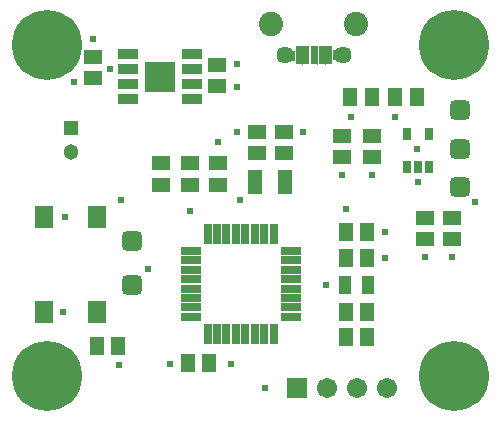
<source format=gts>
G04*
G04 #@! TF.GenerationSoftware,Altium Limited,Altium Designer,21.9.2 (33)*
G04*
G04 Layer_Color=8388736*
%FSLAX25Y25*%
%MOIN*%
G70*
G04*
G04 #@! TF.SameCoordinates,966C8154-A70F-4D01-A40B-C349B40C5DFB*
G04*
G04*
G04 #@! TF.FilePolarity,Negative*
G04*
G01*
G75*
%ADD29R,0.06312X0.04737*%
%ADD30R,0.06312X0.07493*%
%ADD31R,0.02375X0.06312*%
%ADD32R,0.10209X0.10209*%
%ADD33R,0.06804X0.03359*%
%ADD34R,0.04737X0.06312*%
G04:AMPARAMS|DCode=35|XSize=68mil|YSize=68mil|CornerRadius=19mil|HoleSize=0mil|Usage=FLASHONLY|Rotation=90.000|XOffset=0mil|YOffset=0mil|HoleType=Round|Shape=RoundedRectangle|*
%AMROUNDEDRECTD35*
21,1,0.06800,0.03000,0,0,90.0*
21,1,0.03000,0.06800,0,0,90.0*
1,1,0.03800,0.01500,0.01500*
1,1,0.03800,0.01500,-0.01500*
1,1,0.03800,-0.01500,-0.01500*
1,1,0.03800,-0.01500,0.01500*
%
%ADD35ROUNDEDRECTD35*%
G04:AMPARAMS|DCode=36|XSize=68mil|YSize=68mil|CornerRadius=19mil|HoleSize=0mil|Usage=FLASHONLY|Rotation=0.000|XOffset=0mil|YOffset=0mil|HoleType=Round|Shape=RoundedRectangle|*
%AMROUNDEDRECTD36*
21,1,0.06800,0.03000,0,0,0.0*
21,1,0.03000,0.06800,0,0,0.0*
1,1,0.03800,0.01500,-0.01500*
1,1,0.03800,-0.01500,-0.01500*
1,1,0.03800,-0.01500,0.01500*
1,1,0.03800,0.01500,0.01500*
%
%ADD36ROUNDEDRECTD36*%
%ADD37R,0.03162X0.06607*%
%ADD38R,0.06607X0.03162*%
%ADD39R,0.05131X0.08280*%
%ADD40R,0.04343X0.06312*%
%ADD41R,0.03162X0.04343*%
%ADD42C,0.23323*%
%ADD43C,0.08083*%
%ADD44C,0.05721*%
%ADD45R,0.06706X0.06706*%
%ADD46C,0.06706*%
%ADD47C,0.05131*%
%ADD48R,0.05131X0.05131*%
%ADD49C,0.02375*%
G36*
X98425Y120866D02*
X97441D01*
Y124213D01*
X98425D01*
Y120866D01*
D02*
G37*
G36*
X100984Y119488D02*
X100787D01*
Y125787D01*
X100984D01*
Y119488D01*
D02*
G37*
G36*
X103543D02*
X103347D01*
Y125787D01*
X103543D01*
Y119488D01*
D02*
G37*
G36*
X108661D02*
X108465D01*
Y125787D01*
X108661D01*
Y119488D01*
D02*
G37*
G36*
X106102D02*
X105905D01*
Y125787D01*
X106102D01*
Y119488D01*
D02*
G37*
G36*
X112008Y120965D02*
X111024D01*
Y124311D01*
X112008D01*
Y120965D01*
D02*
G37*
D29*
X72350Y119424D02*
D03*
Y112337D02*
D03*
X31004Y122146D02*
D03*
Y115059D02*
D03*
X53937Y79527D02*
D03*
Y86614D02*
D03*
X63386Y79527D02*
D03*
Y86614D02*
D03*
X94882Y90158D02*
D03*
Y97244D02*
D03*
X85827Y90158D02*
D03*
Y97244D02*
D03*
X141732Y61417D02*
D03*
Y68504D02*
D03*
X150787Y68504D02*
D03*
Y61417D02*
D03*
X124016Y95669D02*
D03*
Y88583D02*
D03*
X72835Y86614D02*
D03*
Y79527D02*
D03*
X114173Y95669D02*
D03*
Y88583D02*
D03*
D30*
X32382Y68898D02*
D03*
X14665D02*
D03*
X32382Y37008D02*
D03*
X14665D02*
D03*
D31*
X99606Y122638D02*
D03*
X102165D02*
D03*
X104724D02*
D03*
X107283D02*
D03*
X109843D02*
D03*
D32*
X53347Y115551D02*
D03*
D33*
X42669Y108051D02*
D03*
Y113051D02*
D03*
Y118051D02*
D03*
Y123051D02*
D03*
X64024D02*
D03*
Y118051D02*
D03*
Y113051D02*
D03*
Y108051D02*
D03*
D34*
X39370Y25886D02*
D03*
X32283D02*
D03*
X131890Y108661D02*
D03*
X138976D02*
D03*
X116929D02*
D03*
X124016D02*
D03*
X115354Y63779D02*
D03*
X122441D02*
D03*
X62697Y19980D02*
D03*
X69784D02*
D03*
X115354Y55118D02*
D03*
X122441D02*
D03*
Y37008D02*
D03*
X115354D02*
D03*
X122441Y28740D02*
D03*
X115354D02*
D03*
D35*
X153543Y78740D02*
D03*
Y104331D02*
D03*
Y91535D02*
D03*
X44094Y46063D02*
D03*
D36*
Y60630D02*
D03*
D37*
X91339Y63142D02*
D03*
X88189D02*
D03*
X85039D02*
D03*
X81890D02*
D03*
X78740D02*
D03*
X75590D02*
D03*
X72441D02*
D03*
X69291D02*
D03*
Y29772D02*
D03*
X72441D02*
D03*
X75590D02*
D03*
X78740D02*
D03*
X81890D02*
D03*
X85039D02*
D03*
X88189D02*
D03*
X91339D02*
D03*
D38*
X63630Y57480D02*
D03*
Y54331D02*
D03*
Y51181D02*
D03*
Y48031D02*
D03*
Y44882D02*
D03*
Y41732D02*
D03*
Y38583D02*
D03*
Y35433D02*
D03*
X97000D02*
D03*
Y38583D02*
D03*
Y41732D02*
D03*
Y44882D02*
D03*
Y48031D02*
D03*
Y51181D02*
D03*
Y54331D02*
D03*
Y57480D02*
D03*
D39*
X85236Y80315D02*
D03*
X95079D02*
D03*
D40*
X122638Y46063D02*
D03*
X115157D02*
D03*
D41*
X135630Y96457D02*
D03*
X143110D02*
D03*
Y85433D02*
D03*
X139370D02*
D03*
X135630D02*
D03*
D42*
X151575Y15748D02*
D03*
Y125984D02*
D03*
X15748Y125984D02*
D03*
Y15748D02*
D03*
D43*
X118898Y133071D02*
D03*
X90551D02*
D03*
D44*
X95177Y122638D02*
D03*
X114272D02*
D03*
D45*
X99094Y11811D02*
D03*
D46*
X109095D02*
D03*
X119095D02*
D03*
X129095D02*
D03*
D47*
X23622Y90551D02*
D03*
D48*
Y98425D02*
D03*
D49*
X56693Y19685D02*
D03*
X79134Y119685D02*
D03*
X158465Y73819D02*
D03*
X21260Y37008D02*
D03*
X21654Y68898D02*
D03*
X40551Y74410D02*
D03*
X80020D02*
D03*
X36614Y118110D02*
D03*
X24705Y113779D02*
D03*
X79134Y112205D02*
D03*
X31004Y128150D02*
D03*
X39764Y19291D02*
D03*
X124016Y82677D02*
D03*
X114173D02*
D03*
X108661Y46063D02*
D03*
X128347Y55118D02*
D03*
X77165Y19685D02*
D03*
X72835Y93701D02*
D03*
X101181Y97244D02*
D03*
X79134D02*
D03*
X63484Y70669D02*
D03*
X128347Y63779D02*
D03*
X115354Y71260D02*
D03*
X88583Y11811D02*
D03*
X150787Y55512D02*
D03*
X141732D02*
D03*
X49311Y51378D02*
D03*
X139370Y80315D02*
D03*
X131890Y101969D02*
D03*
X139075Y91339D02*
D03*
X117028Y102067D02*
D03*
M02*

</source>
